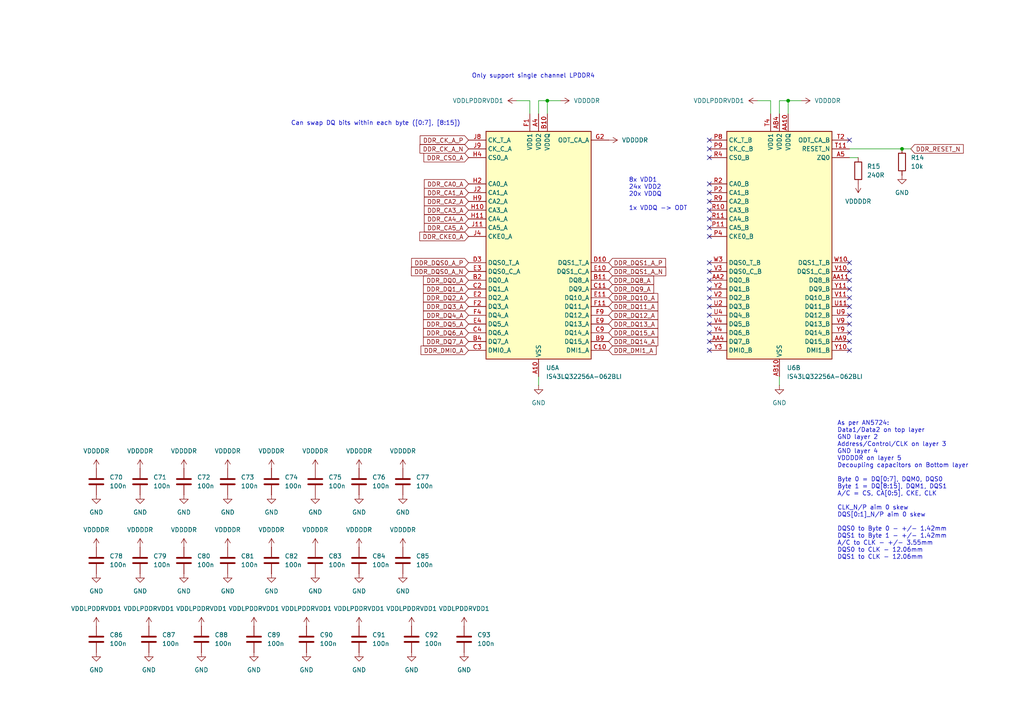
<source format=kicad_sch>
(kicad_sch (version 20250114) (generator "eeschema") (generator_version "9.0")
  (paper "A4")
  (lib_symbols
    (symbol "Device:C" (pin_numbers (hide yes)) (pin_names (offset 0.254))
      (property "Reference" "C" (at 0.635 2.54 0))
      (property "Value" "C" (at 0.635 -2.54 0))
      (symbol "C_0_1"
        (polyline (pts (xy -2.032 0.762) (xy 2.032 0.762)) (stroke (width 0.508)))
        (polyline (pts (xy -2.032 -0.762) (xy 2.032 -0.762)) (stroke (width 0.508)))
      )
      (symbol "C_1_1"
        (pin passive line (at 0 3.81 270) (length 2.794) (name "~") (number "1"))
        (pin passive line (at 0 -3.81 90) (length 2.794) (name "~") (number "2"))
      )
    )
    (symbol "Device:R" (pin_numbers (hide yes)) (pin_names (offset 0))
      (property "Reference" "R" (at 2.032 0 90))
      (property "Value" "R" (at 0 0 90))
      (symbol "R_0_1"
        (rectangle (start -1.016 -2.54) (end 1.016 2.54) (stroke (width 0.254)))
      )
      (symbol "R_1_1"
        (pin passive line (at 0 3.81 270) (length 1.27) (name "~") (number "1"))
        (pin passive line (at 0 -3.81 90) (length 1.27) (name "~") (number "2"))
      )
    )
    (symbol "Memory_RAM:IS43LQ32256A-062BLI"
      (property "Reference" "U" (at 7.62 39.37 0))
      (property "Value" "IS43LQ32256A-062BLI" (at 17.78 36.83 0))
      (symbol "IS43LQ32256A-062BLI_1_0"
        (rectangle (start -15.24 -33.02) (end 15.24 33.02) (stroke (width 0.254)) (fill (type background)))
      )
      (symbol "IS43LQ32256A-062BLI_1_1"
        (pin input line (at -20.32 30.48 0) (length 5.08) (name "CK_T_A") (number "J8"))
        (pin input line (at -20.32 27.94 0) (length 5.08) (name "CK_C_A") (number "J9"))
        (pin input line (at -20.32 25.4 0) (length 5.08) (name "CS0_A") (number "H4"))
        (pin input line (at -20.32 17.78 0) (length 5.08) (name "CA0_A") (number "H2"))
        (pin input line (at -20.32 15.24 0) (length 5.08) (name "CA1_A") (number "J2"))
        (pin input line (at -20.32 12.7 0) (length 5.08) (name "CA2_A") (number "H9"))
        (pin input line (at -20.32 10.16 0) (length 5.08) (name "CA3_A") (number "H10"))
        (pin input line (at -20.32 7.62 0) (length 5.08) (name "CA4_A") (number "H11"))
        (pin input line (at -20.32 5.08 0) (length 5.08) (name "CA5_A") (number "J11"))
        (pin input line (at -20.32 2.54 0) (length 5.08) (name "CKE0_A") (number "J4"))
        (pin bidirectional line (at -20.32 -5.08 0) (length 5.08) (name "DQS0_T_A") (number "D3"))
        (pin bidirectional line (at -20.32 -7.62 0) (length 5.08) (name "DQS0_C_A") (number "E3"))
        (pin bidirectional line (at -20.32 -10.16 0) (length 5.08) (name "DQ0_A") (number "B2"))
        (pin bidirectional line (at -20.32 -12.7 0) (length 5.08) (name "DQ1_A") (number "C2"))
        (pin bidirectional line (at -20.32 -15.24 0) (length 5.08) (name "DQ2_A") (number "E2"))
        (pin bidirectional line (at -20.32 -17.78 0) (length 5.08) (name "DQ3_A") (number "F2"))
        (pin bidirectional line (at -20.32 -20.32 0) (length 5.08) (name "DQ4_A") (number "F4"))
        (pin bidirectional line (at -20.32 -22.86 0) (length 5.08) (name "DQ5_A") (number "E4"))
        (pin bidirectional line (at -20.32 -25.4 0) (length 5.08) (name "DQ6_A") (number "C4"))
        (pin bidirectional line (at -20.32 -27.94 0) (length 5.08) (name "DQ7_A") (number "B4"))
        (pin bidirectional line (at -20.32 -30.48 0) (length 5.08) (name "DMI0_A") (number "C3"))
        (pin no_connect line (at -15.24 22.86 0) (length 5.08) (hide yes) (name "NC") (number "H3"))
        (pin no_connect line (at -15.24 20.32 0) (length 5.08) (hide yes) (name "NC") (number "K5"))
        (pin no_connect line (at -15.24 0 0) (length 5.08) (hide yes) (name "NC") (number "J5"))
        (pin no_connect line (at -15.24 -2.54 0) (length 5.08) (hide yes) (name "NC") (number "K8"))
        (pin power_in line (at -2.54 38.1 270) (length 5.08) (name "VDD1") (number "F1"))
        (pin passive line (at -2.54 38.1 270) (length 5.08) (hide yes) (name "VDD1") (number "F12"))
        (pin passive line (at -2.54 38.1 270) (length 5.08) (hide yes) (name "VDD1") (number "G4"))
        (pin passive line (at -2.54 38.1 270) (length 5.08) (hide yes) (name "VDD1") (number "G9"))
        (pin power_in line (at 0 38.1 270) (length 5.08) (name "VDD2") (number "A4"))
        (pin passive line (at 0 38.1 270) (length 5.08) (hide yes) (name "VDD2") (number "A9"))
        (pin passive line (at 0 38.1 270) (length 5.08) (hide yes) (name "VDD2") (number "F5"))
        (pin passive line (at 0 38.1 270) (length 5.08) (hide yes) (name "VDD2") (number "F8"))
        (pin passive line (at 0 38.1 270) (length 5.08) (hide yes) (name "VDD2") (number "H1"))
        (pin passive line (at 0 38.1 270) (length 5.08) (hide yes) (name "VDD2") (number "H12"))
        (pin passive line (at 0 38.1 270) (length 5.08) (hide yes) (name "VDD2") (number "H5"))
        (pin passive line (at 0 38.1 270) (length 5.08) (hide yes) (name "VDD2") (number "H8"))
        (pin passive line (at 0 38.1 270) (length 5.08) (hide yes) (name "VDD2") (number "K1"))
        (pin passive line (at 0 38.1 270) (length 5.08) (hide yes) (name "VDD2") (number "K10"))
        (pin passive line (at 0 38.1 270) (length 5.08) (hide yes) (name "VDD2") (number "K12"))
        (pin passive line (at 0 38.1 270) (length 5.08) (hide yes) (name "VDD2") (number "K3"))
        (pin power_in line (at 0 -38.1 90) (length 5.08) (name "VSS") (number "A10"))
        (pin passive line (at 0 -38.1 90) (length 5.08) (hide yes) (name "VSS") (number "A3"))
        (pin passive line (at 0 -38.1 90) (length 5.08) (hide yes) (name "VSS") (number "C1"))
        (pin passive line (at 0 -38.1 90) (length 5.08) (hide yes) (name "VSS") (number "C12"))
        (pin passive line (at 0 -38.1 90) (length 5.08) (hide yes) (name "VSS") (number "C5"))
        (pin passive line (at 0 -38.1 90) (length 5.08) (hide yes) (name "VSS") (number "C8"))
        (pin passive line (at 0 -38.1 90) (length 5.08) (hide yes) (name "VSS") (number "D11"))
        (pin passive line (at 0 -38.1 90) (length 5.08) (hide yes) (name "VSS") (number "D2"))
        (pin passive line (at 0 -38.1 90) (length 5.08) (hide yes) (name "VSS") (number "D4"))
        (pin passive line (at 0 -38.1 90) (length 5.08) (hide yes) (name "VSS") (number "D9"))
        (pin passive line (at 0 -38.1 90) (length 5.08) (hide yes) (name "VSS") (number "E1"))
        (pin passive line (at 0 -38.1 90) (length 5.08) (hide yes) (name "VSS") (number "E12"))
        (pin passive line (at 0 -38.1 90) (length 5.08) (hide yes) (name "VSS") (number "E5"))
        (pin passive line (at 0 -38.1 90) (length 5.08) (hide yes) (name "VSS") (number "E8"))
        (pin passive line (at 0 -38.1 90) (length 5.08) (hide yes) (name "VSS") (number "G1"))
        (pin passive line (at 0 -38.1 90) (length 5.08) (hide yes) (name "VSS") (number "G10"))
        (pin passive line (at 0 -38.1 90) (length 5.08) (hide yes) (name "VSS") (number "G12"))
        (pin passive line (at 0 -38.1 90) (length 5.08) (hide yes) (name "VSS") (number "G3"))
        (pin passive line (at 0 -38.1 90) (length 5.08) (hide yes) (name "VSS") (number "G5"))
        (pin passive line (at 0 -38.1 90) (length 5.08) (hide yes) (name "VSS") (number "G8"))
        (pin passive line (at 0 -38.1 90) (length 5.08) (hide yes) (name "VSS") (number "J1"))
        (pin passive line (at 0 -38.1 90) (length 5.08) (hide yes) (name "VSS") (number "J10"))
        (pin passive line (at 0 -38.1 90) (length 5.08) (hide yes) (name "VSS") (number "J12"))
        (pin passive line (at 0 -38.1 90) (length 5.08) (hide yes) (name "VSS") (number "J3"))
        (pin passive line (at 0 -38.1 90) (length 5.08) (hide yes) (name "VSS") (number "K11"))
        (pin passive line (at 0 -38.1 90) (length 5.08) (hide yes) (name "VSS") (number "K2"))
        (pin passive line (at 0 -38.1 90) (length 5.08) (hide yes) (name "VSS") (number "K4"))
        (pin passive line (at 0 -38.1 90) (length 5.08) (hide yes) (name "VSS") (number "K9"))
        (pin power_in line (at 2.54 38.1 270) (length 5.08) (name "VDDQ") (number "B10"))
        (pin passive line (at 2.54 38.1 270) (length 5.08) (hide yes) (name "VDDQ") (number "B3"))
        (pin passive line (at 2.54 38.1 270) (length 5.08) (hide yes) (name "VDDQ") (number "B5"))
        (pin passive line (at 2.54 38.1 270) (length 5.08) (hide yes) (name "VDDQ") (number "B8"))
        (pin passive line (at 2.54 38.1 270) (length 5.08) (hide yes) (name "VDDQ") (number "D1"))
        (pin passive line (at 2.54 38.1 270) (length 5.08) (hide yes) (name "VDDQ") (number "D12"))
        (pin passive line (at 2.54 38.1 270) (length 5.08) (hide yes) (name "VDDQ") (number "D5"))
        (pin passive line (at 2.54 38.1 270) (length 5.08) (hide yes) (name "VDDQ") (number "D8"))
        (pin passive line (at 2.54 38.1 270) (length 5.08) (hide yes) (name "VDDQ") (number "F10"))
        (pin passive line (at 2.54 38.1 270) (length 5.08) (hide yes) (name "VDDQ") (number "F3"))
        (pin no_connect line (at 15.24 12.7 180) (length 5.08) (hide yes) (name "DNU") (number "A1"))
        (pin no_connect line (at 15.24 10.16 180) (length 5.08) (hide yes) (name "DNU") (number "A2"))
        (pin no_connect line (at 15.24 7.62 180) (length 5.08) (hide yes) (name "DNU") (number "A11"))
        (pin no_connect line (at 15.24 5.08 180) (length 5.08) (hide yes) (name "DNU") (number "A12"))
        (pin no_connect line (at 15.24 2.54 180) (length 5.08) (hide yes) (name "DNU") (number "B1"))
        (pin no_connect line (at 15.24 0 180) (length 5.08) (hide yes) (name "DNU") (number "B12"))
        (pin input line (at 20.32 30.48 180) (length 5.08) (name "ODT_CA_A") (number "G2"))
        (pin bidirectional line (at 20.32 -5.08 180) (length 5.08) (name "DQS1_T_A") (number "D10"))
        (pin bidirectional line (at 20.32 -7.62 180) (length 5.08) (name "DQS1_C_A") (number "E10"))
        (pin bidirectional line (at 20.32 -10.16 180) (length 5.08) (name "DQ8_A") (number "B11"))
        (pin bidirectional line (at 20.32 -12.7 180) (length 5.08) (name "DQ9_A") (number "C11"))
        (pin bidirectional line (at 20.32 -15.24 180) (length 5.08) (name "DQ10_A") (number "E11"))
        (pin bidirectional line (at 20.32 -17.78 180) (length 5.08) (name "DQ11_A") (number "F11"))
        (pin bidirectional line (at 20.32 -20.32 180) (length 5.08) (name "DQ12_A") (number "F9"))
        (pin bidirectional line (at 20.32 -22.86 180) (length 5.08) (name "DQ13_A") (number "E9"))
        (pin bidirectional line (at 20.32 -25.4 180) (length 5.08) (name "DQ14_A") (number "C9"))
        (pin bidirectional line (at 20.32 -27.94 180) (length 5.08) (name "DQ15_A") (number "B9"))
        (pin bidirectional line (at 20.32 -30.48 180) (length 5.08) (name "DMI1_A") (number "C10"))
      )
      (symbol "IS43LQ32256A-062BLI_2_0"
        (rectangle (start -15.24 -33.02) (end 15.24 33.02) (stroke (width 0.254)) (fill (type background)))
      )
      (symbol "IS43LQ32256A-062BLI_2_1"
        (pin input line (at -20.32 30.48 0) (length 5.08) (name "CK_T_B") (number "P8"))
        (pin input line (at -20.32 27.94 0) (length 5.08) (name "CK_C_B") (number "P9"))
        (pin input line (at -20.32 25.4 0) (length 5.08) (name "CS0_B") (number "R4"))
        (pin input line (at -20.32 17.78 0) (length 5.08) (name "CA0_B") (number "R2"))
        (pin input line (at -20.32 15.24 0) (length 5.08) (name "CA1_B") (number "P2"))
        (pin input line (at -20.32 12.7 0) (length 5.08) (name "CA2_B") (number "R9"))
        (pin input line (at -20.32 10.16 0) (length 5.08) (name "CA3_B") (number "R10"))
        (pin input line (at -20.32 7.62 0) (length 5.08) (name "CA4_B") (number "R11"))
        (pin input line (at -20.32 5.08 0) (length 5.08) (name "CA5_B") (number "P11"))
        (pin input line (at -20.32 2.54 0) (length 5.08) (name "CKE0_B") (number "P4"))
        (pin bidirectional line (at -20.32 -5.08 0) (length 5.08) (name "DQS0_T_B") (number "W3"))
        (pin bidirectional line (at -20.32 -7.62 0) (length 5.08) (name "DQS0_C_B") (number "V3"))
        (pin bidirectional line (at -20.32 -10.16 0) (length 5.08) (name "DQ0_B") (number "AA2"))
        (pin bidirectional line (at -20.32 -12.7 0) (length 5.08) (name "DQ1_B") (number "Y2"))
        (pin bidirectional line (at -20.32 -15.24 0) (length 5.08) (name "DQ2_B") (number "V2"))
        (pin bidirectional line (at -20.32 -17.78 0) (length 5.08) (name "DQ3_B") (number "U2"))
        (pin bidirectional line (at -20.32 -20.32 0) (length 5.08) (name "DQ4_B") (number "U4"))
        (pin bidirectional line (at -20.32 -22.86 0) (length 5.08) (name "DQ5_B") (number "V4"))
        (pin bidirectional line (at -20.32 -25.4 0) (length 5.08) (name "DQ6_B") (number "Y4"))
        (pin bidirectional line (at -20.32 -27.94 0) (length 5.08) (name "DQ7_B") (number "AA4"))
        (pin bidirectional line (at -20.32 -30.48 0) (length 5.08) (name "DMI0_B") (number "Y3"))
        (pin no_connect line (at -15.24 22.86 0) (length 5.08) (hide yes) (name "NC") (number "R3"))
        (pin no_connect line (at -15.24 20.32 0) (length 5.08) (hide yes) (name "NC") (number "N5"))
        (pin no_connect line (at -15.24 0 0) (length 5.08) (hide yes) (name "NC") (number "P5"))
        (pin no_connect line (at -15.24 -2.54 0) (length 5.08) (hide yes) (name "NC") (number "N8"))
        (pin power_in line (at -2.54 38.1 270) (length 5.08) (name "VDD1") (number "T4"))
        (pin passive line (at -2.54 38.1 270) (length 5.08) (hide yes) (name "VDD1") (number "T9"))
        (pin passive line (at -2.54 38.1 270) (length 5.08) (hide yes) (name "VDD1") (number "U1"))
        (pin passive line (at -2.54 38.1 270) (length 5.08) (hide yes) (name "VDD1") (number "U12"))
        (pin power_in line (at 0 38.1 270) (length 5.08) (name "VDD2") (number "AB4"))
        (pin passive line (at 0 38.1 270) (length 5.08) (hide yes) (name "VDD2") (number "AB9"))
        (pin passive line (at 0 38.1 270) (length 5.08) (hide yes) (name "VDD2") (number "N1"))
        (pin passive line (at 0 38.1 270) (length 5.08) (hide yes) (name "VDD2") (number "N10"))
        (pin passive line (at 0 38.1 270) (length 5.08) (hide yes) (name "VDD2") (number "N12"))
        (pin passive line (at 0 38.1 270) (length 5.08) (hide yes) (name "VDD2") (number "N3"))
        (pin passive line (at 0 38.1 270) (length 5.08) (hide yes) (name "VDD2") (number "R1"))
        (pin passive line (at 0 38.1 270) (length 5.08) (hide yes) (name "VDD2") (number "R12"))
        (pin passive line (at 0 38.1 270) (length 5.08) (hide yes) (name "VDD2") (number "R5"))
        (pin passive line (at 0 38.1 270) (length 5.08) (hide yes) (name "VDD2") (number "R8"))
        (pin passive line (at 0 38.1 270) (length 5.08) (hide yes) (name "VDD2") (number "U5"))
        (pin passive line (at 0 38.1 270) (length 5.08) (hide yes) (name "VDD2") (number "U8"))
        (pin power_in line (at 0 -38.1 90) (length 5.08) (name "VSS") (number "AB10"))
        (pin passive line (at 0 -38.1 90) (length 5.08) (hide yes) (name "VSS") (number "AB3"))
        (pin passive line (at 0 -38.1 90) (length 5.08) (hide yes) (name "VSS") (number "AB5"))
        (pin passive line (at 0 -38.1 90) (length 5.08) (hide yes) (name "VSS") (number "AB8"))
        (pin passive line (at 0 -38.1 90) (length 5.08) (hide yes) (name "VSS") (number "N11"))
        (pin passive line (at 0 -38.1 90) (length 5.08) (hide yes) (name "VSS") (number "N2"))
        (pin passive line (at 0 -38.1 90) (length 5.08) (hide yes) (name "VSS") (number "N4"))
        (pin passive line (at 0 -38.1 90) (length 5.08) (hide yes) (name "VSS") (number "N9"))
        (pin passive line (at 0 -38.1 90) (length 5.08) (hide yes) (name "VSS") (number "P1"))
        (pin passive line (at 0 -38.1 90) (length 5.08) (hide yes) (name "VSS") (number "P10"))
        (pin passive line (at 0 -38.1 90) (length 5.08) (hide yes) (name "VSS") (number "P12"))
        (pin passive line (at 0 -38.1 90) (length 5.08) (hide yes) (name "VSS") (number "P3"))
        (pin passive line (at 0 -38.1 90) (length 5.08) (hide yes) (name "VSS") (number "T1"))
        (pin passive line (at 0 -38.1 90) (length 5.08) (hide yes) (name "VSS") (number "T10"))
        (pin passive line (at 0 -38.1 90) (length 5.08) (hide yes) (name "VSS") (number "T12"))
        (pin passive line (at 0 -38.1 90) (length 5.08) (hide yes) (name "VSS") (number "T3"))
        (pin passive line (at 0 -38.1 90) (length 5.08) (hide yes) (name "VSS") (number "T5"))
        (pin passive line (at 0 -38.1 90) (length 5.08) (hide yes) (name "VSS") (number "T8"))
        (pin passive line (at 0 -38.1 90) (length 5.08) (hide yes) (name "VSS") (number "V1"))
        (pin passive line (at 0 -38.1 90) (length 5.08) (hide yes) (name "VSS") (number "V12"))
        (pin passive line (at 0 -38.1 90) (length 5.08) (hide yes) (name "VSS") (number "V5"))
        (pin passive line (at 0 -38.1 90) (length 5.08) (hide yes) (name "VSS") (number "V8"))
        (pin passive line (at 0 -38.1 90) (length 5.08) (hide yes) (name "VSS") (number "W11"))
        (pin passive line (at 0 -38.1 90) (length 5.08) (hide yes) (name "VSS") (number "W2"))
        (pin passive line (at 0 -38.1 90) (length 5.08) (hide yes) (name "VSS") (number "W4"))
        (pin passive line (at 0 -38.1 90) (length 5.08) (hide yes) (name "VSS") (number "W9"))
        (pin passive line (at 0 -38.1 90) (length 5.08) (hide yes) (name "VSS") (number "Y1"))
        (pin passive line (at 0 -38.1 90) (length 5.08) (hide yes) (name "VSS") (number "Y12"))
        (pin passive line (at 0 -38.1 90) (length 5.08) (hide yes) (name "VSS") (number "Y5"))
        (pin passive line (at 0 -38.1 90) (length 5.08) (hide yes) (name "VSS") (number "Y8"))
        (pin power_in line (at 2.54 38.1 270) (length 5.08) (name "VDDQ") (number "AA10"))
        (pin passive line (at 2.54 38.1 270) (length 5.08) (hide yes) (name "VDDQ") (number "AA3"))
        (pin passive line (at 2.54 38.1 270) (length 5.08) (hide yes) (name "VDDQ") (number "AA5"))
        (pin passive line (at 2.54 38.1 270) (length 5.08) (hide yes) (name "VDDQ") (number "AA8"))
        (pin passive line (at 2.54 38.1 270) (length 5.08) (hide yes) (name "VDDQ") (number "U10"))
        (pin passive line (at 2.54 38.1 270) (length 5.08) (hide yes) (name "VDDQ") (number "U3"))
        (pin passive line (at 2.54 38.1 270) (length 5.08) (hide yes) (name "VDDQ") (number "W1"))
        (pin passive line (at 2.54 38.1 270) (length 5.08) (hide yes) (name "VDDQ") (number "W12"))
        (pin passive line (at 2.54 38.1 270) (length 5.08) (hide yes) (name "VDDQ") (number "W5"))
        (pin passive line (at 2.54 38.1 270) (length 5.08) (hide yes) (name "VDDQ") (number "W8"))
        (pin no_connect line (at 15.24 22.86 180) (length 5.08) (hide yes) (name "NC") (number "A8"))
        (pin no_connect line (at 15.24 20.32 180) (length 5.08) (hide yes) (name "NC") (number "G11"))
        (pin no_connect line (at 15.24 12.7 180) (length 5.08) (hide yes) (name "DNU") (number "AA1"))
        (pin no_connect line (at 15.24 10.16 180) (length 5.08) (hide yes) (name "DNU") (number "AA12"))
        (pin no_connect line (at 15.24 7.62 180) (length 5.08) (hide yes) (name "DNU") (number "AB1"))
        (pin no_connect line (at 15.24 5.08 180) (length 5.08) (hide yes) (name "DNU") (number "AB2"))
        (pin no_connect line (at 15.24 2.54 180) (length 5.08) (hide yes) (name "DNU") (number "AB11"))
        (pin no_connect line (at 15.24 0 180) (length 5.08) (hide yes) (name "DNU") (number "AB12"))
        (pin input line (at 20.32 30.48 180) (length 5.08) (name "ODT_CA_B") (number "T2"))
        (pin input line (at 20.32 27.94 180) (length 5.08) (name "RESET_N") (number "T11"))
        (pin input line (at 20.32 25.4 180) (length 5.08) (name "ZQ0") (number "A5"))
        (pin bidirectional line (at 20.32 -5.08 180) (length 5.08) (name "DQS1_T_B") (number "W10"))
        (pin bidirectional line (at 20.32 -7.62 180) (length 5.08) (name "DQS1_C_B") (number "V10"))
        (pin bidirectional line (at 20.32 -10.16 180) (length 5.08) (name "DQ8_B") (number "AA11"))
        (pin bidirectional line (at 20.32 -12.7 180) (length 5.08) (name "DQ9_B") (number "Y11"))
        (pin bidirectional line (at 20.32 -15.24 180) (length 5.08) (name "DQ10_B") (number "V11"))
        (pin bidirectional line (at 20.32 -17.78 180) (length 5.08) (name "DQ11_B") (number "U11"))
        (pin bidirectional line (at 20.32 -20.32 180) (length 5.08) (name "DQ12_B") (number "U9"))
        (pin bidirectional line (at 20.32 -22.86 180) (length 5.08) (name "DQ13_B") (number "V9"))
        (pin bidirectional line (at 20.32 -25.4 180) (length 5.08) (name "DQ14_B") (number "Y9"))
        (pin bidirectional line (at 20.32 -27.94 180) (length 5.08) (name "DQ15_B") (number "AA9"))
        (pin bidirectional line (at 20.32 -30.48 180) (length 5.08) (name "DMI1_B") (number "Y10"))
      )
    )
    (symbol "power:GND" (power) (pin_numbers (hide yes)) (pin_names (offset 0) (hide yes))
      (property "Value" "GND" (at 0 -3.81 0))
      (symbol "GND_0_1"
        (polyline (pts (xy 0 0) (xy 0 -1.27) (xy 1.27 -1.27) (xy 0 -2.54) (xy -1.27 -1.27) (xy 0 -1.27)))
      )
      (symbol "GND_1_1"
        (pin power_in line (at 0 0 270) (length 0) (name "~") (number "1"))
      )
    )
    (symbol "power:VDD" (power) (pin_numbers (hide yes)) (pin_names (offset 0) (hide yes))
      (property "Value" "VDD" (at 0 3.556 0))
      (symbol "VDD_0_1"
        (polyline (pts (xy -0.762 1.27) (xy 0 2.54)))
        (polyline (pts (xy 0 2.54) (xy 0.762 1.27)))
        (polyline (pts (xy 0 0) (xy 0 2.54)))
      )
      (symbol "VDD_1_1"
        (pin power_in line (at 0 0 90) (length 0) (name "~") (number "1"))
      )
    )
  )
  (text "Can swap DQ bits within each byte ([0:7], [8:15])" (at 108.966 35.814 0) (effects (font (size 1.27 1.27))))
  (text "As per AN5724:\nData1/Data2 on top layer\nGND layer 2\nAddress/Control/CLK on layer 3\nGND layer 4\nVDDDDR on layer 5\nDecoupling capacitors on Bottom layer\n\nByte 0 = DQ[0:7], DQM0, DQS0\nByte 1 = DQ[8:15], DQM1, DQS1\nA/C = CS, CA[0:5], CKE, CLK\n\nCLK_N/P aim 0 skew\nDQS[0:1]_N/P aim 0 skew\n\nDQS0 to Byte 0 - +/- 1.42mm\nDQS1 to Byte 1 - +/- 1.42mm\nA/C to CLK - +/- 3.55mm\nDQS0 to CLK - 12.06mm\nDQS1 to CLK - 12.06mm\n" (at 242.824 142.24 0) (effects (font (size 1.27 1.27)) (justify left)))
  (text "8x VDD1\n24x VDD2\n20x VDDQ\n\n1x VDDQ -> ODT" (at 182.372 56.388 0) (effects (font (size 1.27 1.27)) (justify left)))
  (text "Only support single channel LPDDR4" (at 154.686 22.098 0) (effects (font (size 1.27 1.27))))
  (junction (at 261.62 43.18))
  (junction (at 158.75 29.21))
  (junction (at 228.6 29.21))
  (no_connect (at 246.38 78.74))
  (no_connect (at 246.38 40.64))
  (no_connect (at 246.38 91.44))
  (no_connect (at 205.74 99.06))
  (no_connect (at 246.38 76.2))
  (no_connect (at 205.74 93.98))
  (no_connect (at 205.74 91.44))
  (no_connect (at 205.74 88.9))
  (no_connect (at 246.38 96.52))
  (no_connect (at 205.74 101.6))
  (no_connect (at 205.74 60.96))
  (no_connect (at 246.38 83.82))
  (no_connect (at 246.38 99.06))
  (no_connect (at 246.38 86.36))
  (no_connect (at 205.74 81.28))
  (no_connect (at 246.38 101.6))
  (no_connect (at 205.74 45.72))
  (no_connect (at 205.74 55.88))
  (no_connect (at 205.74 78.74))
  (no_connect (at 205.74 58.42))
  (no_connect (at 205.74 63.5))
  (no_connect (at 246.38 93.98))
  (no_connect (at 205.74 66.04))
  (no_connect (at 205.74 96.52))
  (no_connect (at 246.38 81.28))
  (no_connect (at 205.74 68.58))
  (no_connect (at 205.74 83.82))
  (no_connect (at 205.74 53.34))
  (no_connect (at 205.74 43.18))
  (no_connect (at 205.74 40.64))
  (no_connect (at 246.38 88.9))
  (no_connect (at 205.74 76.2))
  (no_connect (at 205.74 86.36))
  (wire (pts (xy 223.52 33.02) (xy 223.52 29.21)))
  (wire (pts (xy 261.62 43.18) (xy 246.38 43.18)))
  (wire (pts (xy 158.75 29.21) (xy 158.75 33.02)))
  (wire (pts (xy 156.21 109.22) (xy 156.21 111.76)))
  (wire (pts (xy 264.16 43.18) (xy 261.62 43.18)))
  (wire (pts (xy 246.38 45.72) (xy 248.92 45.72)))
  (wire (pts (xy 226.06 109.22) (xy 226.06 111.76)))
  (wire (pts (xy 153.67 33.02) (xy 153.67 29.21)))
  (wire (pts (xy 228.6 29.21) (xy 228.6 33.02)))
  (wire (pts (xy 158.75 29.21) (xy 162.56 29.21)))
  (wire (pts (xy 226.06 33.02) (xy 226.06 29.21)))
  (wire (pts (xy 223.52 29.21) (xy 219.71 29.21)))
  (wire (pts (xy 153.67 29.21) (xy 149.86 29.21)))
  (wire (pts (xy 156.21 29.21) (xy 158.75 29.21)))
  (wire (pts (xy 228.6 29.21) (xy 232.41 29.21)))
  (wire (pts (xy 156.21 33.02) (xy 156.21 29.21)))
  (wire (pts (xy 226.06 29.21) (xy 228.6 29.21)))
  (global_label "DDR_DQ9_A" (shape input) (at 176.53 83.82 0) (property "Intersheetrefs" "${INTERSHEET_REFS}" (effects (hide yes))))
  (global_label "DDR_CKE0_A" (shape input) (at 135.89 68.58 180) (property "Intersheetrefs" "${INTERSHEET_REFS}" (effects (hide yes))))
  (global_label "DDR_CK_A_N" (shape input) (at 135.89 43.18 180) (property "Intersheetrefs" "${INTERSHEET_REFS}" (effects (hide yes))))
  (global_label "DDR_DQ2_A" (shape input) (at 135.89 86.36 180) (property "Intersheetrefs" "${INTERSHEET_REFS}" (effects (hide yes))))
  (global_label "DDR_DQ1_A" (shape input) (at 135.89 83.82 180) (property "Intersheetrefs" "${INTERSHEET_REFS}" (effects (hide yes))))
  (global_label "DDR_DMI1_A" (shape input) (at 176.53 101.6 0) (property "Intersheetrefs" "${INTERSHEET_REFS}" (effects (hide yes))))
  (global_label "DDR_DQ4_A" (shape input) (at 135.89 91.44 180) (property "Intersheetrefs" "${INTERSHEET_REFS}" (effects (hide yes))))
  (global_label "DDR_DQS0_A_N" (shape input) (at 135.89 78.74 180) (property "Intersheetrefs" "${INTERSHEET_REFS}" (effects (hide yes))))
  (global_label "DDR_DQ0_A" (shape input) (at 135.89 81.28 180) (property "Intersheetrefs" "${INTERSHEET_REFS}" (effects (hide yes))))
  (global_label "DDR_DQ7_A" (shape input) (at 135.89 99.06 180) (property "Intersheetrefs" "${INTERSHEET_REFS}" (effects (hide yes))))
  (global_label "DDR_CA5_A" (shape input) (at 135.89 66.04 180) (property "Intersheetrefs" "${INTERSHEET_REFS}" (effects (hide yes))))
  (global_label "DDR_CA3_A" (shape input) (at 135.89 60.96 180) (property "Intersheetrefs" "${INTERSHEET_REFS}" (effects (hide yes))))
  (global_label "DDR_CA4_A" (shape input) (at 135.89 63.5 180) (property "Intersheetrefs" "${INTERSHEET_REFS}" (effects (hide yes))))
  (global_label "DDR_DQ12_A" (shape input) (at 176.53 91.44 0) (property "Intersheetrefs" "${INTERSHEET_REFS}" (effects (hide yes))))
  (global_label "DDR_DQ6_A" (shape input) (at 135.89 96.52 180) (property "Intersheetrefs" "${INTERSHEET_REFS}" (effects (hide yes))))
  (global_label "DDR_DQS1_A_P" (shape input) (at 176.53 76.2 0) (property "Intersheetrefs" "${INTERSHEET_REFS}" (effects (hide yes))))
  (global_label "DDR_CA2_A" (shape input) (at 135.89 58.42 180) (property "Intersheetrefs" "${INTERSHEET_REFS}" (effects (hide yes))))
  (global_label "DDR_DQ14_A" (shape input) (at 176.53 99.06 0) (property "Intersheetrefs" "${INTERSHEET_REFS}" (effects (hide yes))))
  (global_label "DDR_CK_A_P" (shape input) (at 135.89 40.64 180) (property "Intersheetrefs" "${INTERSHEET_REFS}" (effects (hide yes))))
  (global_label "DDR_DQ15_A" (shape input) (at 176.53 96.52 0) (property "Intersheetrefs" "${INTERSHEET_REFS}" (effects (hide yes))))
  (global_label "DDR_DQ11_A" (shape input) (at 176.53 88.9 0) (property "Intersheetrefs" "${INTERSHEET_REFS}" (effects (hide yes))))
  (global_label "DDR_DMI0_A" (shape input) (at 135.89 101.6 180) (property "Intersheetrefs" "${INTERSHEET_REFS}" (effects (hide yes))))
  (global_label "DDR_DQ8_A" (shape input) (at 176.53 81.28 0) (property "Intersheetrefs" "${INTERSHEET_REFS}" (effects (hide yes))))
  (global_label "DDR_CA1_A" (shape input) (at 135.89 55.88 180) (property "Intersheetrefs" "${INTERSHEET_REFS}" (effects (hide yes))))
  (global_label "DDR_DQS1_A_N" (shape input) (at 176.53 78.74 0) (property "Intersheetrefs" "${INTERSHEET_REFS}" (effects (hide yes))))
  (global_label "DDR_DQ10_A" (shape input) (at 176.53 86.36 0) (property "Intersheetrefs" "${INTERSHEET_REFS}" (effects (hide yes))))
  (global_label "DDR_CS0_A" (shape input) (at 135.89 45.72 180) (property "Intersheetrefs" "${INTERSHEET_REFS}" (effects (hide yes))))
  (global_label "DDR_DQ13_A" (shape input) (at 176.53 93.98 0) (property "Intersheetrefs" "${INTERSHEET_REFS}" (effects (hide yes))))
  (global_label "DDR_DQS0_A_P" (shape input) (at 135.89 76.2 180) (property "Intersheetrefs" "${INTERSHEET_REFS}" (effects (hide yes))))
  (global_label "DDR_RESET_N" (shape input) (at 264.16 43.18 0) (property "Intersheetrefs" "${INTERSHEET_REFS}" (effects (hide yes))))
  (global_label "DDR_DQ5_A" (shape input) (at 135.89 93.98 180) (property "Intersheetrefs" "${INTERSHEET_REFS}" (effects (hide yes))))
  (global_label "DDR_CA0_A" (shape input) (at 135.89 53.34 180) (property "Intersheetrefs" "${INTERSHEET_REFS}" (effects (hide yes))))
  (global_label "DDR_DQ3_A" (shape input) (at 135.89 88.9 180) (property "Intersheetrefs" "${INTERSHEET_REFS}" (effects (hide yes))))
  (symbol (lib_id "Device:C") (at 116.84 139.7 0) (unit 1)
    (property "Reference" "C77" (at 120.65 138.4299 0) (effects (justify left)))
    (property "Value" "100n" (at 120.65 140.9699 0) (effects (justify left)))
    (property "Footprint" "Capacitor_SMD:C_0402_1005Metric" (effects (hide yes)))
    (property "Description" "Unpolarized capacitor" (effects (hide yes)))
  )
  (symbol (lib_id "Memory_RAM:IS43LQ32256A-062BLI") (at 156.21 71.12 0) (unit 1)
    (property "Reference" "U6" (at 158.3533 106.68 0) (effects (justify left)))
    (property "Value" "IS43LQ32256A-062BLI" (at 158.3533 109.22 0) (effects (justify left)))
    (property "Footprint" "Package_BGA:BGA-200_10x14.5mm_Layout12x22_P0.8x0.65mm" (effects (hide yes)))
    (property "Datasheet" "http://www.issi.com/WW/pdf/43-46LQ32256A-AL.pdf" (effects (hide yes)))
    (property "Description" "256Mx32 bit Low Power Double Data Rate 4 (LPDDR4) SDRAM, 1600 MHz, Industrial, BGA-200" (effects (hide yes)))
  )
  (symbol (lib_id "power:VDD") (at 66.04 158.75 0) (unit 1)
    (property "Reference" "#PWR0231" (effects (hide yes)))
    (property "Value" "VDDDDR" (at 66.04 153.67 0))
    (property "Description" "Power symbol creates a global label with name \"VDD\"" (effects (hide yes)))
  )
  (symbol (lib_id "Memory_RAM:IS43LQ32256A-062BLI") (at 226.06 71.12 0) (unit 2)
    (property "Reference" "U6" (at 228.2033 106.68 0) (effects (justify left)))
    (property "Value" "IS43LQ32256A-062BLI" (at 228.2033 109.22 0) (effects (justify left)))
    (property "Footprint" "Package_BGA:BGA-200_10x14.5mm_Layout12x22_P0.8x0.65mm" (effects (hide yes)))
    (property "Datasheet" "http://www.issi.com/WW/pdf/43-46LQ32256A-AL.pdf" (effects (hide yes)))
    (property "Description" "256Mx32 bit Low Power Double Data Rate 4 (LPDDR4) SDRAM, 1600 MHz, Industrial, BGA-200" (effects (hide yes)))
  )
  (symbol (lib_id "power:VDD") (at 88.9 181.61 0) (unit 1)
    (property "Reference" "#PWR0248" (effects (hide yes)))
    (property "Value" "VDDLPDDRVDD1" (at 88.9 176.53 0))
    (property "Description" "Power symbol creates a global label with name \"VDD\"" (effects (hide yes)))
  )
  (symbol (lib_id "power:GND") (at 226.06 111.76 0) (unit 1)
    (property "Reference" "#PWR0211" (effects (hide yes)))
    (property "Value" "GND" (at 226.06 116.84 0))
    (property "Description" "Power symbol creates a global label with name \"GND\" , ground" (effects (hide yes)))
  )
  (symbol (lib_id "Device:C") (at 91.44 139.7 0) (unit 1)
    (property "Reference" "C75" (at 95.25 138.4299 0) (effects (justify left)))
    (property "Value" "100n" (at 95.25 140.9699 0) (effects (justify left)))
    (property "Footprint" "Capacitor_SMD:C_0402_1005Metric" (effects (hide yes)))
    (property "Description" "Unpolarized capacitor" (effects (hide yes)))
  )
  (symbol (lib_id "Device:C") (at 40.64 139.7 0) (unit 1)
    (property "Reference" "C71" (at 44.45 138.4299 0) (effects (justify left)))
    (property "Value" "100n" (at 44.45 140.9699 0) (effects (justify left)))
    (property "Footprint" "Capacitor_SMD:C_0402_1005Metric" (effects (hide yes)))
    (property "Description" "Unpolarized capacitor" (effects (hide yes)))
  )
  (symbol (lib_id "power:GND") (at 27.94 166.37 0) (unit 1)
    (property "Reference" "#PWR0236" (effects (hide yes)))
    (property "Value" "GND" (at 27.94 171.45 0))
    (property "Description" "Power symbol creates a global label with name \"GND\" , ground" (effects (hide yes)))
  )
  (symbol (lib_id "power:VDD") (at 53.34 158.75 0) (unit 1)
    (property "Reference" "#PWR0230" (effects (hide yes)))
    (property "Value" "VDDDDR" (at 53.34 153.67 0))
    (property "Description" "Power symbol creates a global label with name \"VDD\"" (effects (hide yes)))
  )
  (symbol (lib_id "Device:R") (at 248.92 49.53 0) (unit 1)
    (property "Reference" "R15" (at 251.46 48.2599 0) (effects (justify left)))
    (property "Value" "240R" (at 251.46 50.7999 0) (effects (justify left)))
    (property "Footprint" "Resistor_SMD:R_0603_1608Metric" (effects (hide yes)))
    (property "Description" "Resistor" (effects (hide yes)))
  )
  (symbol (lib_id "Device:C") (at 43.18 185.42 0) (unit 1)
    (property "Reference" "C87" (at 46.99 184.1499 0) (effects (justify left)))
    (property "Value" "100n" (at 46.99 186.6899 0) (effects (justify left)))
    (property "Footprint" "Capacitor_SMD:C_0402_1005Metric" (effects (hide yes)))
    (property "Description" "Unpolarized capacitor" (effects (hide yes)))
  )
  (symbol (lib_id "power:VDD") (at 219.71 29.21 90) (unit 1)
    (property "Reference" "#PWR0205" (effects (hide yes)))
    (property "Value" "VDDLPDDRVDD1" (at 215.9 29.2099 90) (effects (justify left)))
    (property "Description" "Power symbol creates a global label with name \"VDD\"" (effects (hide yes)))
  )
  (symbol (lib_id "Device:C") (at 134.62 185.42 0) (unit 1)
    (property "Reference" "C93" (at 138.43 184.1499 0) (effects (justify left)))
    (property "Value" "100n" (at 138.43 186.6899 0) (effects (justify left)))
    (property "Footprint" "Capacitor_SMD:C_0402_1005Metric" (effects (hide yes)))
    (property "Description" "Unpolarized capacitor" (effects (hide yes)))
  )
  (symbol (lib_id "Device:C") (at 66.04 139.7 0) (unit 1)
    (property "Reference" "C73" (at 69.85 138.4299 0) (effects (justify left)))
    (property "Value" "100n" (at 69.85 140.9699 0) (effects (justify left)))
    (property "Footprint" "Capacitor_SMD:C_0402_1005Metric" (effects (hide yes)))
    (property "Description" "Unpolarized capacitor" (effects (hide yes)))
  )
  (symbol (lib_id "Device:C") (at 119.38 185.42 0) (unit 1)
    (property "Reference" "C92" (at 123.19 184.1499 0) (effects (justify left)))
    (property "Value" "100n" (at 123.19 186.6899 0) (effects (justify left)))
    (property "Footprint" "Capacitor_SMD:C_0402_1005Metric" (effects (hide yes)))
    (property "Description" "Unpolarized capacitor" (effects (hide yes)))
  )
  (symbol (lib_id "power:VDD") (at 43.18 181.61 0) (unit 1)
    (property "Reference" "#PWR0245" (effects (hide yes)))
    (property "Value" "VDDLPDDRVDD1" (at 43.18 176.53 0))
    (property "Description" "Power symbol creates a global label with name \"VDD\"" (effects (hide yes)))
  )
  (symbol (lib_id "power:VDD") (at 27.94 158.75 0) (unit 1)
    (property "Reference" "#PWR0228" (effects (hide yes)))
    (property "Value" "VDDDDR" (at 27.94 153.67 0))
    (property "Description" "Power symbol creates a global label with name \"VDD\"" (effects (hide yes)))
  )
  (symbol (lib_id "power:VDD") (at 27.94 135.89 0) (unit 1)
    (property "Reference" "#PWR0212" (effects (hide yes)))
    (property "Value" "VDDDDR" (at 27.94 130.81 0))
    (property "Description" "Power symbol creates a global label with name \"VDD\"" (effects (hide yes)))
  )
  (symbol (lib_id "Device:C") (at 53.34 162.56 0) (unit 1)
    (property "Reference" "C80" (at 57.15 161.2899 0) (effects (justify left)))
    (property "Value" "100n" (at 57.15 163.8299 0) (effects (justify left)))
    (property "Footprint" "Capacitor_SMD:C_0402_1005Metric" (effects (hide yes)))
    (property "Description" "Unpolarized capacitor" (effects (hide yes)))
  )
  (symbol (lib_id "Device:C") (at 104.14 139.7 0) (unit 1)
    (property "Reference" "C76" (at 107.95 138.4299 0) (effects (justify left)))
    (property "Value" "100n" (at 107.95 140.9699 0) (effects (justify left)))
    (property "Footprint" "Capacitor_SMD:C_0402_1005Metric" (effects (hide yes)))
    (property "Description" "Unpolarized capacitor" (effects (hide yes)))
  )
  (symbol (lib_id "Device:C") (at 116.84 162.56 0) (unit 1)
    (property "Reference" "C85" (at 120.65 161.2899 0) (effects (justify left)))
    (property "Value" "100n" (at 120.65 163.8299 0) (effects (justify left)))
    (property "Footprint" "Capacitor_SMD:C_0402_1005Metric" (effects (hide yes)))
    (property "Description" "Unpolarized capacitor" (effects (hide yes)))
  )
  (symbol (lib_id "Device:C") (at 58.42 185.42 0) (unit 1)
    (property "Reference" "C88" (at 62.23 184.1499 0) (effects (justify left)))
    (property "Value" "100n" (at 62.23 186.6899 0) (effects (justify left)))
    (property "Footprint" "Capacitor_SMD:C_0402_1005Metric" (effects (hide yes)))
    (property "Description" "Unpolarized capacitor" (effects (hide yes)))
  )
  (symbol (lib_id "power:VDD") (at 176.53 40.64 270) (unit 1)
    (property "Reference" "#PWR0207" (effects (hide yes)))
    (property "Value" "VDDDDR" (at 180.34 40.6399 90) (effects (justify left)))
    (property "Description" "Power symbol creates a global label with name \"VDD\"" (effects (hide yes)))
  )
  (symbol (lib_id "Device:C") (at 88.9 185.42 0) (unit 1)
    (property "Reference" "C90" (at 92.71 184.1499 0) (effects (justify left)))
    (property "Value" "100n" (at 92.71 186.6899 0) (effects (justify left)))
    (property "Footprint" "Capacitor_SMD:C_0402_1005Metric" (effects (hide yes)))
    (property "Description" "Unpolarized capacitor" (effects (hide yes)))
  )
  (symbol (lib_id "power:VDD") (at 58.42 181.61 0) (unit 1)
    (property "Reference" "#PWR0246" (effects (hide yes)))
    (property "Value" "VDDLPDDRVDD1" (at 58.42 176.53 0))
    (property "Description" "Power symbol creates a global label with name \"VDD\"" (effects (hide yes)))
  )
  (symbol (lib_id "Device:C") (at 40.64 162.56 0) (unit 1)
    (property "Reference" "C79" (at 44.45 161.2899 0) (effects (justify left)))
    (property "Value" "100n" (at 44.45 163.8299 0) (effects (justify left)))
    (property "Footprint" "Capacitor_SMD:C_0402_1005Metric" (effects (hide yes)))
    (property "Description" "Unpolarized capacitor" (effects (hide yes)))
  )
  (symbol (lib_id "power:GND") (at 40.64 166.37 0) (unit 1)
    (property "Reference" "#PWR0237" (effects (hide yes)))
    (property "Value" "GND" (at 40.64 171.45 0))
    (property "Description" "Power symbol creates a global label with name \"GND\" , ground" (effects (hide yes)))
  )
  (symbol (lib_id "power:VDD") (at 232.41 29.21 270) (unit 1)
    (property "Reference" "#PWR0206" (effects (hide yes)))
    (property "Value" "VDDDDR" (at 236.22 29.2099 90) (effects (justify left)))
    (property "Description" "Power symbol creates a global label with name \"VDD\"" (effects (hide yes)))
  )
  (symbol (lib_id "power:VDD") (at 78.74 158.75 0) (unit 1)
    (property "Reference" "#PWR0232" (effects (hide yes)))
    (property "Value" "VDDDDR" (at 78.74 153.67 0))
    (property "Description" "Power symbol creates a global label with name \"VDD\"" (effects (hide yes)))
  )
  (symbol (lib_id "power:GND") (at 91.44 166.37 0) (unit 1)
    (property "Reference" "#PWR0241" (effects (hide yes)))
    (property "Value" "GND" (at 91.44 171.45 0))
    (property "Description" "Power symbol creates a global label with name \"GND\" , ground" (effects (hide yes)))
  )
  (symbol (lib_id "power:GND") (at 261.62 50.8 0) (unit 1)
    (property "Reference" "#PWR0208" (effects (hide yes)))
    (property "Value" "GND" (at 261.62 55.88 0))
    (property "Description" "Power symbol creates a global label with name \"GND\" , ground" (effects (hide yes)))
  )
  (symbol (lib_id "Device:C") (at 73.66 185.42 0) (unit 1)
    (property "Reference" "C89" (at 77.47 184.1499 0) (effects (justify left)))
    (property "Value" "100n" (at 77.47 186.6899 0) (effects (justify left)))
    (property "Footprint" "Capacitor_SMD:C_0402_1005Metric" (effects (hide yes)))
    (property "Description" "Unpolarized capacitor" (effects (hide yes)))
  )
  (symbol (lib_id "power:GND") (at 104.14 166.37 0) (unit 1)
    (property "Reference" "#PWR0242" (effects (hide yes)))
    (property "Value" "GND" (at 104.14 171.45 0))
    (property "Description" "Power symbol creates a global label with name \"GND\" , ground" (effects (hide yes)))
  )
  (symbol (lib_id "power:GND") (at 88.9 189.23 0) (unit 1)
    (property "Reference" "#PWR0256" (effects (hide yes)))
    (property "Value" "GND" (at 88.9 194.31 0))
    (property "Description" "Power symbol creates a global label with name \"GND\" , ground" (effects (hide yes)))
  )
  (symbol (lib_id "power:VDD") (at 248.92 53.34 180) (unit 1)
    (property "Reference" "#PWR0209" (effects (hide yes)))
    (property "Value" "VDDDDR" (at 248.92 58.42 0))
    (property "Description" "Power symbol creates a global label with name \"VDD\"" (effects (hide yes)))
  )
  (symbol (lib_id "power:GND") (at 43.18 189.23 0) (unit 1)
    (property "Reference" "#PWR0253" (effects (hide yes)))
    (property "Value" "GND" (at 43.18 194.31 0))
    (property "Description" "Power symbol creates a global label with name \"GND\" , ground" (effects (hide yes)))
  )
  (symbol (lib_id "power:GND") (at 58.42 189.23 0) (unit 1)
    (property "Reference" "#PWR0254" (effects (hide yes)))
    (property "Value" "GND" (at 58.42 194.31 0))
    (property "Description" "Power symbol creates a global label with name \"GND\" , ground" (effects (hide yes)))
  )
  (symbol (lib_id "power:GND") (at 40.64 143.51 0) (unit 1)
    (property "Reference" "#PWR0221" (effects (hide yes)))
    (property "Value" "GND" (at 40.64 148.59 0))
    (property "Description" "Power symbol creates a global label with name \"GND\" , ground" (effects (hide yes)))
  )
  (symbol (lib_id "Device:C") (at 104.14 162.56 0) (unit 1)
    (property "Reference" "C84" (at 107.95 161.2899 0) (effects (justify left)))
    (property "Value" "100n" (at 107.95 163.8299 0) (effects (justify left)))
    (property "Footprint" "Capacitor_SMD:C_0402_1005Metric" (effects (hide yes)))
    (property "Description" "Unpolarized capacitor" (effects (hide yes)))
  )
  (symbol (lib_id "power:VDD") (at 40.64 158.75 0) (unit 1)
    (property "Reference" "#PWR0229" (effects (hide yes)))
    (property "Value" "VDDDDR" (at 40.64 153.67 0))
    (property "Description" "Power symbol creates a global label with name \"VDD\"" (effects (hide yes)))
  )
  (symbol (lib_id "power:VDD") (at 66.04 135.89 0) (unit 1)
    (property "Reference" "#PWR0215" (effects (hide yes)))
    (property "Value" "VDDDDR" (at 66.04 130.81 0))
    (property "Description" "Power symbol creates a global label with name \"VDD\"" (effects (hide yes)))
  )
  (symbol (lib_id "power:VDD") (at 78.74 135.89 0) (unit 1)
    (property "Reference" "#PWR0216" (effects (hide yes)))
    (property "Value" "VDDDDR" (at 78.74 130.81 0))
    (property "Description" "Power symbol creates a global label with name \"VDD\"" (effects (hide yes)))
  )
  (symbol (lib_id "power:GND") (at 119.38 189.23 0) (unit 1)
    (property "Reference" "#PWR0258" (effects (hide yes)))
    (property "Value" "GND" (at 119.38 194.31 0))
    (property "Description" "Power symbol creates a global label with name \"GND\" , ground" (effects (hide yes)))
  )
  (symbol (lib_id "power:VDD") (at 104.14 158.75 0) (unit 1)
    (property "Reference" "#PWR0234" (effects (hide yes)))
    (property "Value" "VDDDDR" (at 104.14 153.67 0))
    (property "Description" "Power symbol creates a global label with name \"VDD\"" (effects (hide yes)))
  )
  (symbol (lib_id "Device:C") (at 27.94 185.42 0) (unit 1)
    (property "Reference" "C86" (at 31.75 184.1499 0) (effects (justify left)))
    (property "Value" "100n" (at 31.75 186.6899 0) (effects (justify left)))
    (property "Footprint" "Capacitor_SMD:C_0402_1005Metric" (effects (hide yes)))
    (property "Description" "Unpolarized capacitor" (effects (hide yes)))
  )
  (symbol (lib_id "power:VDD") (at 119.38 181.61 0) (unit 1)
    (property "Reference" "#PWR0250" (effects (hide yes)))
    (property "Value" "VDDLPDDRVDD1" (at 119.38 176.53 0))
    (property "Description" "Power symbol creates a global label with name \"VDD\"" (effects (hide yes)))
  )
  (symbol (lib_id "Device:C") (at 27.94 139.7 0) (unit 1)
    (property "Reference" "C70" (at 31.75 138.4299 0) (effects (justify left)))
    (property "Value" "100n" (at 31.75 140.9699 0) (effects (justify left)))
    (property "Footprint" "Capacitor_SMD:C_0402_1005Metric" (effects (hide yes)))
    (property "Description" "Unpolarized capacitor" (effects (hide yes)))
  )
  (symbol (lib_id "power:GND") (at 104.14 189.23 0) (unit 1)
    (property "Reference" "#PWR0257" (effects (hide yes)))
    (property "Value" "GND" (at 104.14 194.31 0))
    (property "Description" "Power symbol creates a global label with name \"GND\" , ground" (effects (hide yes)))
  )
  (symbol (lib_id "power:VDD") (at 73.66 181.61 0) (unit 1)
    (property "Reference" "#PWR0247" (effects (hide yes)))
    (property "Value" "VDDLPDDRVDD1" (at 73.66 176.53 0))
    (property "Description" "Power symbol creates a global label with name \"VDD\"" (effects (hide yes)))
  )
  (symbol (lib_id "power:VDD") (at 91.44 135.89 0) (unit 1)
    (property "Reference" "#PWR0217" (effects (hide yes)))
    (property "Value" "VDDDDR" (at 91.44 130.81 0))
    (property "Description" "Power symbol creates a global label with name \"VDD\"" (effects (hide yes)))
  )
  (symbol (lib_id "power:GND") (at 156.21 111.76 0) (unit 1)
    (property "Reference" "#PWR0210" (effects (hide yes)))
    (property "Value" "GND" (at 156.21 116.84 0))
    (property "Description" "Power symbol creates a global label with name \"GND\" , ground" (effects (hide yes)))
  )
  (symbol (lib_id "Device:C") (at 27.94 162.56 0) (unit 1)
    (property "Reference" "C78" (at 31.75 161.2899 0) (effects (justify left)))
    (property "Value" "100n" (at 31.75 163.8299 0) (effects (justify left)))
    (property "Footprint" "Capacitor_SMD:C_0402_1005Metric" (effects (hide yes)))
    (property "Description" "Unpolarized capacitor" (effects (hide yes)))
  )
  (symbol (lib_id "power:VDD") (at 27.94 181.61 0) (unit 1)
    (property "Reference" "#PWR0244" (effects (hide yes)))
    (property "Value" "VDDLPDDRVDD1" (at 27.94 176.53 0))
    (property "Description" "Power symbol creates a global label with name \"VDD\"" (effects (hide yes)))
  )
  (symbol (lib_id "power:VDD") (at 104.14 135.89 0) (unit 1)
    (property "Reference" "#PWR0218" (effects (hide yes)))
    (property "Value" "VDDDDR" (at 104.14 130.81 0))
    (property "Description" "Power symbol creates a global label with name \"VDD\"" (effects (hide yes)))
  )
  (symbol (lib_id "power:GND") (at 78.74 166.37 0) (unit 1)
    (property "Reference" "#PWR0240" (effects (hide yes)))
    (property "Value" "GND" (at 78.74 171.45 0))
    (property "Description" "Power symbol creates a global label with name \"GND\" , ground" (effects (hide yes)))
  )
  (symbol (lib_id "power:GND") (at 53.34 143.51 0) (unit 1)
    (property "Reference" "#PWR0222" (effects (hide yes)))
    (property "Value" "GND" (at 53.34 148.59 0))
    (property "Description" "Power symbol creates a global label with name \"GND\" , ground" (effects (hide yes)))
  )
  (symbol (lib_id "power:GND") (at 73.66 189.23 0) (unit 1)
    (property "Reference" "#PWR0255" (effects (hide yes)))
    (property "Value" "GND" (at 73.66 194.31 0))
    (property "Description" "Power symbol creates a global label with name \"GND\" , ground" (effects (hide yes)))
  )
  (symbol (lib_id "power:VDD") (at 40.64 135.89 0) (unit 1)
    (property "Reference" "#PWR0213" (effects (hide yes)))
    (property "Value" "VDDDDR" (at 40.64 130.81 0))
    (property "Description" "Power symbol creates a global label with name \"VDD\"" (effects (hide yes)))
  )
  (symbol (lib_id "Device:C") (at 78.74 162.56 0) (unit 1)
    (property "Reference" "C82" (at 82.55 161.2899 0) (effects (justify left)))
    (property "Value" "100n" (at 82.55 163.8299 0) (effects (justify left)))
    (property "Footprint" "Capacitor_SMD:C_0402_1005Metric" (effects (hide yes)))
    (property "Description" "Unpolarized capacitor" (effects (hide yes)))
  )
  (symbol (lib_id "power:GND") (at 78.74 143.51 0) (unit 1)
    (property "Reference" "#PWR0224" (effects (hide yes)))
    (property "Value" "GND" (at 78.74 148.59 0))
    (property "Description" "Power symbol creates a global label with name \"GND\" , ground" (effects (hide yes)))
  )
  (symbol (lib_id "power:VDD") (at 116.84 135.89 0) (unit 1)
    (property "Reference" "#PWR0219" (effects (hide yes)))
    (property "Value" "VDDDDR" (at 116.84 130.81 0))
    (property "Description" "Power symbol creates a global label with name \"VDD\"" (effects (hide yes)))
  )
  (symbol (lib_id "power:GND") (at 53.34 166.37 0) (unit 1)
    (property "Reference" "#PWR0238" (effects (hide yes)))
    (property "Value" "GND" (at 53.34 171.45 0))
    (property "Description" "Power symbol creates a global label with name \"GND\" , ground" (effects (hide yes)))
  )
  (symbol (lib_id "power:VDD") (at 116.84 158.75 0) (unit 1)
    (property "Reference" "#PWR0235" (effects (hide yes)))
    (property "Value" "VDDDDR" (at 116.84 153.67 0))
    (property "Description" "Power symbol creates a global label with name \"VDD\"" (effects (hide yes)))
  )
  (symbol (lib_id "power:VDD") (at 149.86 29.21 90) (unit 1)
    (property "Reference" "#PWR0203" (effects (hide yes)))
    (property "Value" "VDDLPDDRVDD1" (at 146.05 29.2099 90) (effects (justify left)))
    (property "Description" "Power symbol creates a global label with name \"VDD\"" (effects (hide yes)))
  )
  (symbol (lib_id "power:VDD") (at 104.14 181.61 0) (unit 1)
    (property "Reference" "#PWR0249" (effects (hide yes)))
    (property "Value" "VDDLPDDRVDD1" (at 104.14 176.53 0))
    (property "Description" "Power symbol creates a global label with name \"VDD\"" (effects (hide yes)))
  )
  (symbol (lib_id "power:GND") (at 27.94 143.51 0) (unit 1)
    (property "Reference" "#PWR0220" (effects (hide yes)))
    (property "Value" "GND" (at 27.94 148.59 0))
    (property "Description" "Power symbol creates a global label with name \"GND\" , ground" (effects (hide yes)))
  )
  (symbol (lib_id "Device:C") (at 91.44 162.56 0) (unit 1)
    (property "Reference" "C83" (at 95.25 161.2899 0) (effects (justify left)))
    (property "Value" "100n" (at 95.25 163.8299 0) (effects (justify left)))
    (property "Footprint" "Capacitor_SMD:C_0402_1005Metric" (effects (hide yes)))
    (property "Description" "Unpolarized capacitor" (effects (hide yes)))
  )
  (symbol (lib_id "power:GND") (at 91.44 143.51 0) (unit 1)
    (property "Reference" "#PWR0225" (effects (hide yes)))
    (property "Value" "GND" (at 91.44 148.59 0))
    (property "Description" "Power symbol creates a global label with name \"GND\" , ground" (effects (hide yes)))
  )
  (symbol (lib_id "power:GND") (at 116.84 143.51 0) (unit 1)
    (property "Reference" "#PWR0227" (effects (hide yes)))
    (property "Value" "GND" (at 116.84 148.59 0))
    (property "Description" "Power symbol creates a global label with name \"GND\" , ground" (effects (hide yes)))
  )
  (symbol (lib_id "power:GND") (at 66.04 166.37 0) (unit 1)
    (property "Reference" "#PWR0239" (effects (hide yes)))
    (property "Value" "GND" (at 66.04 171.45 0))
    (property "Description" "Power symbol creates a global label with name \"GND\" , ground" (effects (hide yes)))
  )
  (symbol (lib_id "Device:C") (at 104.14 185.42 0) (unit 1)
    (property "Reference" "C91" (at 107.95 184.1499 0) (effects (justify left)))
    (property "Value" "100n" (at 107.95 186.6899 0) (effects (justify left)))
    (property "Footprint" "Capacitor_SMD:C_0402_1005Metric" (effects (hide yes)))
    (property "Description" "Unpolarized capacitor" (effects (hide yes)))
  )
  (symbol (lib_id "power:GND") (at 66.04 143.51 0) (unit 1)
    (property "Reference" "#PWR0223" (effects (hide yes)))
    (property "Value" "GND" (at 66.04 148.59 0))
    (property "Description" "Power symbol creates a global label with name \"GND\" , ground" (effects (hide yes)))
  )
  (symbol (lib_id "Device:C") (at 78.74 139.7 0) (unit 1)
    (property "Reference" "C74" (at 82.55 138.4299 0) (effects (justify left)))
    (property "Value" "100n" (at 82.55 140.9699 0) (effects (justify left)))
    (property "Footprint" "Capacitor_SMD:C_0402_1005Metric" (effects (hide yes)))
    (property "Description" "Unpolarized capacitor" (effects (hide yes)))
  )
  (symbol (lib_id "power:VDD") (at 134.62 181.61 0) (unit 1)
    (property "Reference" "#PWR0251" (effects (hide yes)))
    (property "Value" "VDDLPDDRVDD1" (at 134.62 176.53 0))
    (property "Description" "Power symbol creates a global label with name \"VDD\"" (effects (hide yes)))
  )
  (symbol (lib_id "power:GND") (at 104.14 143.51 0) (unit 1)
    (property "Reference" "#PWR0226" (effects (hide yes)))
    (property "Value" "GND" (at 104.14 148.59 0))
    (property "Description" "Power symbol creates a global label with name \"GND\" , ground" (effects (hide yes)))
  )
  (symbol (lib_id "power:GND") (at 134.62 189.23 0) (unit 1)
    (property "Reference" "#PWR0259" (effects (hide yes)))
    (property "Value" "GND" (at 134.62 194.31 0))
    (property "Description" "Power symbol creates a global label with name \"GND\" , ground" (effects (hide yes)))
  )
  (symbol (lib_id "power:GND") (at 27.94 189.23 0) (unit 1)
    (property "Reference" "#PWR0252" (effects (hide yes)))
    (property "Value" "GND" (at 27.94 194.31 0))
    (property "Description" "Power symbol creates a global label with name \"GND\" , ground" (effects (hide yes)))
  )
  (symbol (lib_id "power:GND") (at 116.84 166.37 0) (unit 1)
    (property "Reference" "#PWR0243" (effects (hide yes)))
    (property "Value" "GND" (at 116.84 171.45 0))
    (property "Description" "Power symbol creates a global label with name \"GND\" , ground" (effects (hide yes)))
  )
  (symbol (lib_id "Device:R") (at 261.62 46.99 0) (unit 1)
    (property "Reference" "R14" (at 264.16 45.7199 0) (effects (justify left)))
    (property "Value" "10k" (at 264.16 48.2599 0) (effects (justify left)))
    (property "Footprint" "Resistor_SMD:R_0603_1608Metric" (effects (hide yes)))
    (property "Description" "Resistor" (effects (hide yes)))
  )
  (symbol (lib_id "power:VDD") (at 91.44 158.75 0) (unit 1)
    (property "Reference" "#PWR0233" (effects (hide yes)))
    (property "Value" "VDDDDR" (at 91.44 153.67 0))
    (property "Description" "Power symbol creates a global label with name \"VDD\"" (effects (hide yes)))
  )
  (symbol (lib_id "power:VDD") (at 162.56 29.21 270) (unit 1)
    (property "Reference" "#PWR0204" (effects (hide yes)))
    (property "Value" "VDDDDR" (at 166.37 29.2099 90) (effects (justify left)))
    (property "Description" "Power symbol creates a global label with name \"VDD\"" (effects (hide yes)))
  )
  (symbol (lib_id "Device:C") (at 53.34 139.7 0) (unit 1)
    (property "Reference" "C72" (at 57.15 138.4299 0) (effects (justify left)))
    (property "Value" "100n" (at 57.15 140.9699 0) (effects (justify left)))
    (property "Footprint" "Capacitor_SMD:C_0402_1005Metric" (effects (hide yes)))
    (property "Description" "Unpolarized capacitor" (effects (hide yes)))
  )
  (symbol (lib_id "Device:C") (at 66.04 162.56 0) (unit 1)
    (property "Reference" "C81" (at 69.85 161.2899 0) (effects (justify left)))
    (property "Value" "100n" (at 69.85 163.8299 0) (effects (justify left)))
    (property "Footprint" "Capacitor_SMD:C_0402_1005Metric" (effects (hide yes)))
    (property "Description" "Unpolarized capacitor" (effects (hide yes)))
  )
  (symbol (lib_id "power:VDD") (at 53.34 135.89 0) (unit 1)
    (property "Reference" "#PWR0214" (effects (hide yes)))
    (property "Value" "VDDDDR" (at 53.34 130.81 0))
    (property "Description" "Power symbol creates a global label with name \"VDD\"" (effects (hide yes)))
  )
)
</source>
